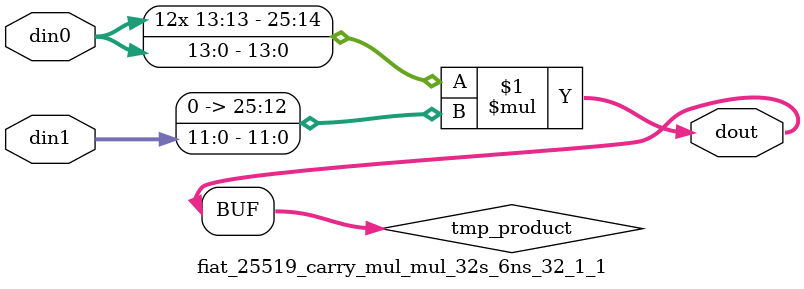
<source format=v>

`timescale 1 ns / 1 ps

  module fiat_25519_carry_mul_mul_32s_6ns_32_1_1(din0, din1, dout);
parameter ID = 1;
parameter NUM_STAGE = 0;
parameter din0_WIDTH = 14;
parameter din1_WIDTH = 12;
parameter dout_WIDTH = 26;

input [din0_WIDTH - 1 : 0] din0; 
input [din1_WIDTH - 1 : 0] din1; 
output [dout_WIDTH - 1 : 0] dout;

wire signed [dout_WIDTH - 1 : 0] tmp_product;












assign tmp_product = $signed(din0) * $signed({1'b0, din1});









assign dout = tmp_product;







endmodule

</source>
